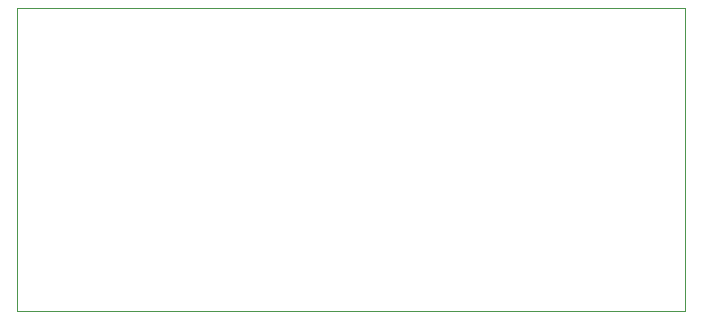
<source format=gbr>
G04 (created by PCBNEW (22-Jun-2014 BZR 4027)-stable) date Sat 02 May 2015 10:59:36 BST*
%MOIN*%
G04 Gerber Fmt 3.4, Leading zero omitted, Abs format*
%FSLAX34Y34*%
G01*
G70*
G90*
G04 APERTURE LIST*
%ADD10C,0.00590551*%
%ADD11C,0.00393701*%
G04 APERTURE END LIST*
G54D10*
G54D11*
X57350Y-61150D02*
X57350Y-51050D01*
X79600Y-61150D02*
X57350Y-61150D01*
X79600Y-51050D02*
X79600Y-61150D01*
X57350Y-51050D02*
X79600Y-51050D01*
M02*

</source>
